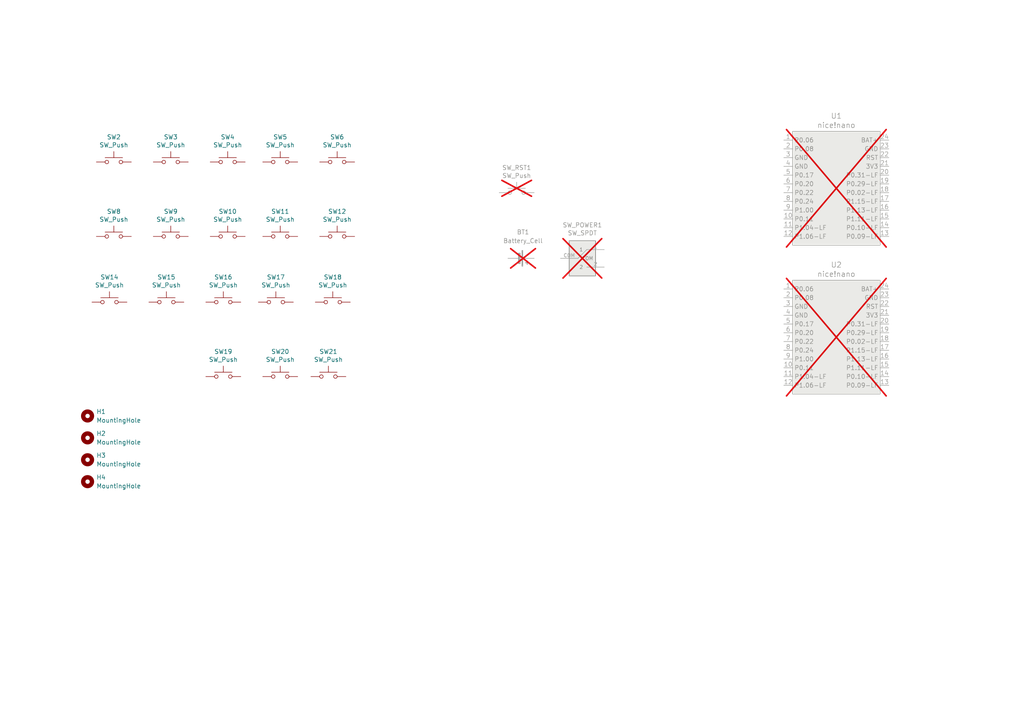
<source format=kicad_sch>
(kicad_sch (version 20231120) (generator "eeschema") (generator_version "8.0")
  (paper "A4")
  (title_block (title "Generic 34 Switch Split") (date "2021-03-10") (rev "0.2") (company "broomlabs"))
  (lib_symbols
    (symbol "Device:Battery_Cell" (pin_numbers hide) (pin_names (offset 0) hide)
      (property "Reference" "BT" (at 2.54 2.54 0))
      (property "Value" "Battery_Cell" (at 2.54 0 0))
      (symbol "Battery_Cell_0_1"
        (rectangle (start -2.286 1.778) (end 2.286 1.524) (fill (type outline)))
        (rectangle (start -1.524 1.016) (end 1.524 0.508) (fill (type outline)))
        (polyline (pts (xy 0 0.762) (xy 0 0)))
        (polyline (pts (xy 0 1.778) (xy 0 2.54)))
        (polyline (pts (xy 0.762 3.048) (xy 1.778 3.048)) (stroke (width 0.254)))
        (polyline (pts (xy 1.27 3.556) (xy 1.27 2.54)) (stroke (width 0.254)))
      )
      (symbol "Battery_Cell_1_1"
        (pin passive line (at 0 5.08 270) (length 2.54) (name "+") (number "1"))
        (pin passive line (at 0 -2.54 90) (length 2.54) (name "-") (number "2"))
      )
    )
    (symbol "Mechanical:MountingHole" (pin_names (offset 1.016)) (exclude_from_sim yes) (in_bom no)
      (property "Reference" "H" (at 0 5.08 0))
      (property "Value" "MountingHole" (at 0 3.175 0))
      (symbol "MountingHole_0_1"
        (circle (center 0 0) (radius 1.27) (stroke (width 1.27)))
      )
    )
    (symbol "Switch:SW_Push" (pin_numbers hide) (pin_names (offset 1.016) hide)
      (property "Reference" "SW" (at 1.27 2.54 0))
      (property "Value" "SW_Push" (at 0 -1.524 0))
      (symbol "SW_Push_0_1"
        (circle (center -2.032 0) (radius 0.508))
        (polyline (pts (xy 0 1.27) (xy 0 3.048)))
        (polyline (pts (xy 2.54 1.27) (xy -2.54 1.27)))
        (circle (center 2.032 0) (radius 0.508))
        (pin passive line (at -5.08 0 0) (length 2.54) (name "1") (number "1"))
        (pin passive line (at 5.08 0 180) (length 2.54) (name "2") (number "2"))
      )
    )
    (symbol "itsdmd:SK12D07VG4" (pin_names (offset 1.016))
      (property "Reference" "SW" (at 0 6.858 0))
      (property "Value" "SK12D07" (at -0.254 -6.35 0))
      (symbol "SK12D07VG4_0_0"
        (rectangle (start -3.81 6.35) (end 3.81 -3.81) (stroke (width 0.254)) (fill (type background)))
        (pin bidirectional line (at 6.35 3.81 180) (length 5.08) (name "1") (number "1"))
        (pin bidirectional line (at 6.35 -1.27 180) (length 5.08) (name "2") (number "2"))
        (pin bidirectional line (at -6.35 1.27 0) (length 5.08) (name "COM") (number "COM"))
      )
      (symbol "SK12D07VG4_1_0"
        (polyline (pts (xy 1.27 3.81) (xy -1.27 1.27)) (stroke (width 0.1524)))
      )
    )
    (symbol "itsdmd:nice_nano" (in_bom no)
      (property "Reference" "U" (at -12.192 17.018 0))
      (property "Value" "nice_nano" (at 3.302 -19.558 0))
      (symbol "nice_nano_0_0"
        (pin bidirectional line (at -15.24 12.7 0) (length 2.54) (name "P0.06") (number "1"))
        (pin bidirectional line (at -15.24 -10.16 0) (length 2.54) (name "P0.11") (number "10"))
        (pin bidirectional line (at -15.24 -12.7 0) (length 2.54) (name "P1.04-LF") (number "11"))
        (pin bidirectional line (at -15.24 -15.24 0) (length 2.54) (name "P1.06-LF") (number "12"))
        (pin bidirectional line (at -15.24 10.16 0) (length 2.54) (name "P0.08") (number "2"))
        (pin power_out line (at -15.24 7.62 0) (length 2.54) (name "GND") (number "3"))
        (pin power_out line (at -15.24 5.08 0) (length 2.54) (name "GND") (number "4"))
        (pin bidirectional line (at -15.24 2.54 0) (length 2.54) (name "P0.17") (number "5"))
        (pin bidirectional line (at -15.24 0 0) (length 2.54) (name "P0.20") (number "6"))
        (pin bidirectional line (at -15.24 -2.54 0) (length 2.54) (name "P0.22") (number "7"))
        (pin bidirectional line (at -15.24 -5.08 0) (length 2.54) (name "P0.24") (number "8"))
        (pin bidirectional line (at -15.24 -7.62 0) (length 2.54) (name "P1.00") (number "9"))
      )
      (symbol "nice_nano_1_0"
        (pin bidirectional line (at 15.24 -15.24 180) (length 2.54) (name "P0.09-LF") (number "13"))
        (pin bidirectional line (at 15.24 -12.7 180) (length 2.54) (name "P0.10-LF") (number "14"))
        (pin bidirectional line (at 15.24 -10.16 180) (length 2.54) (name "P1.11-LF") (number "15"))
        (pin bidirectional line (at 15.24 -7.62 180) (length 2.54) (name "P1.13-LF") (number "16"))
        (pin bidirectional line (at 15.24 -5.08 180) (length 2.54) (name "P1.15-LF") (number "17"))
        (pin bidirectional line (at 15.24 -2.54 180) (length 2.54) (name "P0.02-LF") (number "18"))
        (pin bidirectional line (at 15.24 0 180) (length 2.54) (name "P0.29-LF") (number "19"))
        (pin bidirectional line (at 15.24 2.54 180) (length 2.54) (name "P0.31-LF") (number "20"))
        (pin power_out line (at 15.24 5.08 180) (length 2.54) (name "3V3") (number "21"))
        (pin bidirectional line (at 15.24 7.62 180) (length 2.54) (name "RST") (number "22"))
        (pin power_out line (at 15.24 10.16 180) (length 2.54) (name "GND") (number "23"))
        (pin power_out line (at 15.24 12.7 180) (length 2.54) (name "BAT+") (number "24"))
      )
      (symbol "nice_nano_1_1"
        (rectangle (start -12.7 15.24) (end 12.7 -17.78) (fill (type background)))
      )
    )
  )
  (symbol (lib_id "itsdmd:nice_nano") (at 242.57 53.34 0) (unit 1) (in_bom no) (dnp yes)
    (property "Reference" "U1" (at 242.57 33.6296 0) (effects (font (size 1.524 1.524))))
    (property "Value" "nice!nano" (at 242.57 36.322 0) (effects (font (size 1.524 1.524))))
    (property "Footprint" "itsdmd:MCB_nice-nano_flip" (effects (hide yes)))
    (property "Datasheet" "https://nicekeyboards.com/docs/nice-nano/pinout-schematic" (effects (hide yes)))
    (property "Description" "Symbol for an nicekeyboards nice!nano" (effects (hide yes)))
  )
  (symbol (lib_id "Switch:SW_Push") (at 33.02 46.99 0) (unit 1)
    (property "Reference" "SW2" (at 33.02 39.751 0))
    (property "Value" "SW_Push" (at 33.02 42.0624 0))
    (property "Footprint" "itsdmd:KSC_Choc" (effects (hide yes)))
  )
  (symbol (lib_id "Switch:SW_Push") (at 49.53 46.99 0) (unit 1)
    (property "Reference" "SW3" (at 49.53 39.751 0))
    (property "Value" "SW_Push" (at 49.53 42.0624 0))
    (property "Footprint" "itsdmd:KSC_Choc" (effects (hide yes)))
  )
  (symbol (lib_id "Switch:SW_Push") (at 66.04 46.99 0) (unit 1)
    (property "Reference" "SW4" (at 66.04 39.751 0))
    (property "Value" "SW_Push" (at 66.04 42.0624 0))
    (property "Footprint" "itsdmd:KSC_Choc" (effects (hide yes)))
  )
  (symbol (lib_id "Switch:SW_Push") (at 81.28 46.99 0) (unit 1)
    (property "Reference" "SW5" (at 81.28 39.751 0))
    (property "Value" "SW_Push" (at 81.28 42.0624 0))
    (property "Footprint" "itsdmd:KSC_Choc" (effects (hide yes)))
  )
  (symbol (lib_id "Switch:SW_Push") (at 97.79 46.99 0) (unit 1)
    (property "Reference" "SW6" (at 97.79 39.751 0))
    (property "Value" "SW_Push" (at 97.79 42.0624 0))
    (property "Footprint" "itsdmd:KSC_Choc" (effects (hide yes)))
  )
  (symbol (lib_id "Switch:SW_Push") (at 81.28 109.22 0) (unit 1)
    (property "Reference" "SW20" (at 81.28 101.981 0))
    (property "Value" "SW_Push" (at 81.28 104.2924 0))
    (property "Footprint" "itsdmd:KSC_Choc" (effects (hide yes)))
  )
  (symbol (lib_id "Switch:SW_Push") (at 95.25 109.22 0) (unit 1)
    (property "Reference" "SW21" (at 95.25 101.981 0))
    (property "Value" "SW_Push" (at 95.25 104.2924 0))
    (property "Footprint" "itsdmd:KSC_Choc" (effects (hide yes)))
  )
  (symbol (lib_id "Switch:SW_Push") (at 33.02 68.58 0) (unit 1)
    (property "Reference" "SW8" (at 33.02 61.341 0))
    (property "Value" "SW_Push" (at 33.02 63.6524 0))
    (property "Footprint" "itsdmd:KSC_Choc" (effects (hide yes)))
  )
  (symbol (lib_id "Switch:SW_Push") (at 49.53 68.58 0) (unit 1)
    (property "Reference" "SW9" (at 49.53 61.341 0))
    (property "Value" "SW_Push" (at 49.53 63.6524 0))
    (property "Footprint" "itsdmd:KSC_Choc" (effects (hide yes)))
  )
  (symbol (lib_id "Switch:SW_Push") (at 66.04 68.58 0) (unit 1)
    (property "Reference" "SW10" (at 66.04 61.341 0))
    (property "Value" "SW_Push" (at 66.04 63.6524 0))
    (property "Footprint" "itsdmd:KSC_Choc" (effects (hide yes)))
  )
  (symbol (lib_id "Switch:SW_Push") (at 81.28 68.58 0) (unit 1)
    (property "Reference" "SW11" (at 81.28 61.341 0))
    (property "Value" "SW_Push" (at 81.28 63.6524 0))
    (property "Footprint" "itsdmd:KSC_Choc" (effects (hide yes)))
  )
  (symbol (lib_id "Switch:SW_Push") (at 97.79 68.58 0) (unit 1)
    (property "Reference" "SW12" (at 97.79 61.341 0))
    (property "Value" "SW_Push" (at 97.79 63.6524 0))
    (property "Footprint" "itsdmd:KSC_Choc" (effects (hide yes)))
  )
  (symbol (lib_id "Switch:SW_Push") (at 31.75 87.63 0) (unit 1)
    (property "Reference" "SW14" (at 31.75 80.391 0))
    (property "Value" "SW_Push" (at 31.75 82.7024 0))
    (property "Footprint" "itsdmd:KSC_Choc" (effects (hide yes)))
  )
  (symbol (lib_id "Switch:SW_Push") (at 48.26 87.63 0) (unit 1)
    (property "Reference" "SW15" (at 48.26 80.391 0))
    (property "Value" "SW_Push" (at 48.26 82.7024 0))
    (property "Footprint" "itsdmd:KSC_Choc" (effects (hide yes)))
  )
  (symbol (lib_id "Switch:SW_Push") (at 64.77 87.63 0) (unit 1)
    (property "Reference" "SW16" (at 64.77 80.391 0))
    (property "Value" "SW_Push" (at 64.77 82.7024 0))
    (property "Footprint" "itsdmd:KSC_Choc" (effects (hide yes)))
  )
  (symbol (lib_id "Switch:SW_Push") (at 80.01 87.63 0) (unit 1)
    (property "Reference" "SW17" (at 80.01 80.391 0))
    (property "Value" "SW_Push" (at 80.01 82.7024 0))
    (property "Footprint" "itsdmd:KSC_Choc" (effects (hide yes)))
  )
  (symbol (lib_id "Switch:SW_Push") (at 96.52 87.63 0) (unit 1)
    (property "Reference" "SW18" (at 96.52 80.391 0))
    (property "Value" "SW_Push" (at 96.52 82.7024 0))
    (property "Footprint" "itsdmd:KSC_Choc" (effects (hide yes)))
  )
  (symbol (lib_id "Switch:SW_Push") (at 149.86 55.88 0) (unit 1) (dnp yes)
    (property "Reference" "SW_RST1" (at 149.86 48.641 0))
    (property "Value" "SW_Push" (at 149.86 50.9524 0))
    (property "Footprint" "itsdmd:SW-T_7.4x2.6-4pad-smd" (effects (hide yes)))
  )
  (symbol (lib_id "itsdmd:SK12D07VG4") (at 168.91 76.2 0) (unit 1) (dnp yes)
    (property "Reference" "SW_POWER1" (at 168.91 65.278 0))
    (property "Value" "SW_SPDT" (at 168.91 67.5894 0))
    (property "Footprint" "itsdmd:SW-S_MSK-12C02" (effects (hide yes)))
    (property "MF" "C&K" (effects (hide yes)))
    (property "Description_1" "\nSwitch Slide ON ON SPDT Side Slide 0.3A 30VDC PC Pins Bracket Mount/Through Hole Bulk\n" (effects (hide yes)))
    (property "SnapEDA_Link" "https://www.snapeda.com/parts/SK12D07VG4/C%2526K/view-part/?ref=snap" (effects (hide yes)))
    (property "MP" "SK12D07VG4" (effects (hide yes)))
  )
  (symbol (lib_id "Device:Battery_Cell") (at 149.86 74.93 270) (unit 1) (dnp yes)
    (property "Reference" "BT1" (at 151.7015 67.31 90))
    (property "Value" "Battery_Cell" (at 151.7015 69.85 90))
    (property "Footprint" "itsdmd:Battery_Pads-dual-side" (effects (hide yes)))
    (property "Description" "Single-cell battery" (effects (hide yes)))
  )
  (symbol (lib_id "Mechanical:MountingHole") (at 25.4 127 0) (unit 1) (exclude_from_sim yes) (in_bom no)
    (property "Reference" "H2" (at 27.94 125.7299 0) (effects (justify left)))
    (property "Value" "MountingHole" (at 27.94 128.2699 0) (effects (justify left)))
    (property "Footprint" "itsdmd:MountingHole_2.2mm_M2" (effects (hide yes)))
    (property "Description" "Mounting Hole without connection" (effects (hide yes)))
  )
  (symbol (lib_id "Mechanical:MountingHole") (at 25.4 139.7 0) (unit 1) (exclude_from_sim yes) (in_bom no)
    (property "Reference" "H4" (at 27.94 138.4299 0) (effects (justify left)))
    (property "Value" "MountingHole" (at 27.94 140.9699 0) (effects (justify left)))
    (property "Footprint" "itsdmd:MountingHole_2.2mm_M2" (effects (hide yes)))
    (property "Description" "Mounting Hole without connection" (effects (hide yes)))
  )
  (symbol (lib_id "Mechanical:MountingHole") (at 25.4 120.65 0) (unit 1) (exclude_from_sim yes) (in_bom no)
    (property "Reference" "H1" (at 27.94 119.3799 0) (effects (justify left)))
    (property "Value" "MountingHole" (at 27.94 121.9199 0) (effects (justify left)))
    (property "Footprint" "itsdmd:MountingHole_2.2mm_M2" (effects (hide yes)))
    (property "Description" "Mounting Hole without connection" (effects (hide yes)))
  )
  (symbol (lib_id "Switch:SW_Push") (at 64.77 109.22 0) (unit 1)
    (property "Reference" "SW19" (at 64.77 101.981 0))
    (property "Value" "SW_Push" (at 64.77 104.2924 0))
    (property "Footprint" "itsdmd:KSC_Choc" (effects (hide yes)))
  )
  (symbol (lib_id "itsdmd:nice_nano") (at 242.57 96.52 0) (unit 1) (in_bom no) (dnp yes)
    (property "Reference" "U2" (at 242.57 76.8096 0) (effects (font (size 1.524 1.524))))
    (property "Value" "nice!nano" (at 242.57 79.502 0) (effects (font (size 1.524 1.524))))
    (property "Footprint" "itsdmd:MCB_nice-nano_flip" (effects (hide yes)))
    (property "Datasheet" "https://nicekeyboards.com/docs/nice-nano/pinout-schematic" (effects (hide yes)))
    (property "Description" "Symbol for an nicekeyboards nice!nano" (effects (hide yes)))
  )
  (symbol (lib_id "Mechanical:MountingHole") (at 25.4 133.35 0) (unit 1) (exclude_from_sim yes) (in_bom no)
    (property "Reference" "H3" (at 27.94 132.0799 0) (effects (justify left)))
    (property "Value" "MountingHole" (at 27.94 134.6199 0) (effects (justify left)))
    (property "Footprint" "itsdmd:MountingHole_2.2mm_M2" (effects (hide yes)))
    (property "Description" "Mounting Hole without connection" (effects (hide yes)))
  )
)
</source>
